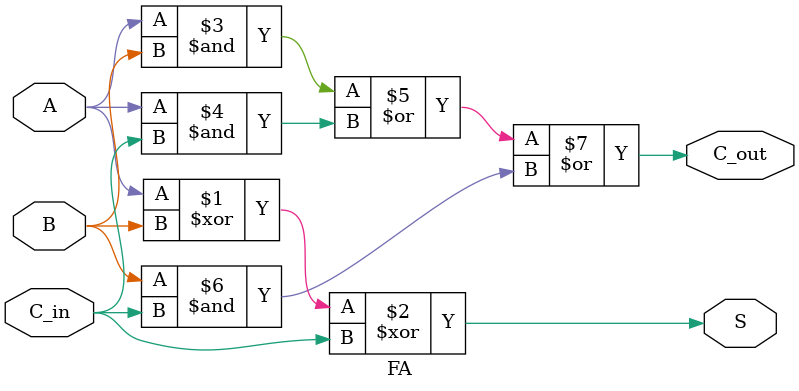
<source format=v>
`timescale 1ns / 1ps


module FA(
    input A,
    input B,
    input C_in,
    output S, 
    output C_out
    );

assign S = A ^ B ^ C_in;
assign C_out = (A&B)|(A&C_in)|(B&C_in);

    
endmodule

</source>
